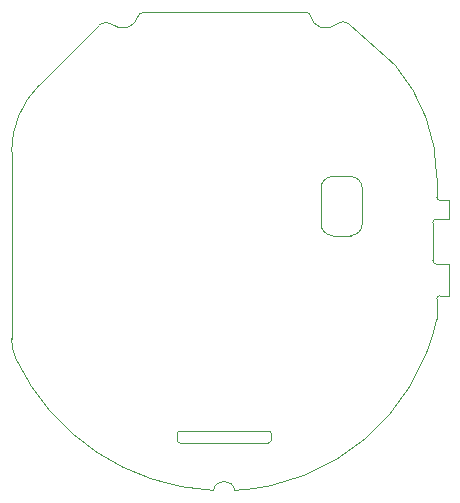
<source format=gbr>
%TF.GenerationSoftware,KiCad,Pcbnew,7.0.1*%
%TF.CreationDate,2023-12-30T02:23:51+00:00*%
%TF.ProjectId,watch_main,77617463-685f-46d6-9169-6e2e6b696361,rev?*%
%TF.SameCoordinates,Original*%
%TF.FileFunction,Profile,NP*%
%FSLAX46Y46*%
G04 Gerber Fmt 4.6, Leading zero omitted, Abs format (unit mm)*
G04 Created by KiCad (PCBNEW 7.0.1) date 2023-12-30 02:23:51*
%MOMM*%
%LPD*%
G01*
G04 APERTURE LIST*
%TA.AperFunction,Profile*%
%ADD10C,0.100000*%
%TD*%
G04 APERTURE END LIST*
D10*
%TO.C,U101*%
X132051036Y-90163702D02*
X132051036Y-106002061D01*
X134394181Y-84506848D02*
X139485164Y-79415865D01*
X143232187Y-78349994D02*
X157028538Y-78349994D01*
X146050000Y-114550000D02*
X146050000Y-114050000D01*
X146300000Y-113800000D02*
X153800000Y-113800000D01*
X153800000Y-114800000D02*
X146300000Y-114800000D01*
X154050000Y-114050000D02*
X154050000Y-114550000D01*
X158250001Y-96249999D02*
X158250002Y-93250000D01*
X159250002Y-92250000D02*
X160750000Y-92250002D01*
X160749999Y-97250001D02*
X159250001Y-97249999D01*
X161750000Y-93250002D02*
X161749999Y-96250001D01*
X164551035Y-82849993D02*
X160645094Y-79334646D01*
X168050000Y-102600000D02*
X168051035Y-104349994D01*
X168051035Y-92349994D02*
X168050000Y-94000000D01*
X168300000Y-94250003D02*
X169051035Y-94249997D01*
X169051035Y-94249997D02*
X169051035Y-95849994D01*
X169051035Y-99649994D02*
X169051035Y-102349994D01*
X169051035Y-102349994D02*
X168300000Y-102350000D01*
X134394182Y-84506848D02*
G75*
G03*
X132051036Y-90163702I5656710J-5656795D01*
G01*
X132051037Y-106002061D02*
G75*
G03*
X132438134Y-107718723I4000236J54D01*
G01*
X140571849Y-79374460D02*
G75*
G03*
X139485164Y-79415866I-520999J-607090D01*
G01*
X140571850Y-79374459D02*
G75*
G03*
X142750794Y-78714859I879168J1024525D01*
G01*
X143232187Y-78349994D02*
G75*
G03*
X142750795Y-78714859I2J-500002D01*
G01*
X146300000Y-113800000D02*
G75*
G03*
X146050000Y-114050000I-1J-249999D01*
G01*
X146050000Y-114550000D02*
G75*
G03*
X146300000Y-114800000I249999J-1D01*
G01*
X132438132Y-107718723D02*
G75*
G03*
X149151035Y-118829213I17612950J8368800D01*
G01*
X150950859Y-118828005D02*
G75*
G03*
X149151035Y-118829213I-899824J-131340D01*
G01*
X154050000Y-114050000D02*
G75*
G03*
X153800000Y-113800000I-250000J0D01*
G01*
X153800000Y-114800000D02*
G75*
G03*
X154050000Y-114550000I0J250000D01*
G01*
X157323554Y-78595446D02*
G75*
G03*
X157028538Y-78349994I-294754J-54254D01*
G01*
X159250002Y-92250002D02*
G75*
G03*
X158250002Y-93250000I-2J-999998D01*
G01*
X158250001Y-96249999D02*
G75*
G03*
X159250001Y-97249999I999999J-1D01*
G01*
X160645073Y-79334669D02*
G75*
G03*
X159567080Y-79341639I-535173J-594831D01*
G01*
X157323537Y-78595449D02*
G75*
G03*
X159567081Y-79341640I1327503J245469D01*
G01*
X161749998Y-93250002D02*
G75*
G03*
X160750000Y-92250002I-999998J2D01*
G01*
X160749999Y-97249999D02*
G75*
G03*
X161749999Y-96250001I1J999999D01*
G01*
X168051035Y-92349994D02*
G75*
G03*
X164551035Y-82849994I-14642845J4D01*
G01*
X168300000Y-102350000D02*
G75*
G03*
X168050000Y-102600000I0J-250000D01*
G01*
X150950859Y-118828004D02*
G75*
G03*
X168051035Y-104349993I-899813J18400412D01*
G01*
X168050000Y-94000000D02*
G75*
G03*
X168300000Y-94250000I250000J0D01*
G01*
%TO.C,SW1501*%
X168000000Y-99650000D02*
X169050000Y-99650000D01*
X167700000Y-99350000D02*
X167700000Y-96150000D01*
X168000000Y-95850000D02*
X169050000Y-95850000D01*
X167700000Y-99350000D02*
G75*
G03*
X168000000Y-99650000I300000J0D01*
G01*
X168000000Y-95850000D02*
G75*
G03*
X167700000Y-96150000I0J-300000D01*
G01*
%TD*%
M02*

</source>
